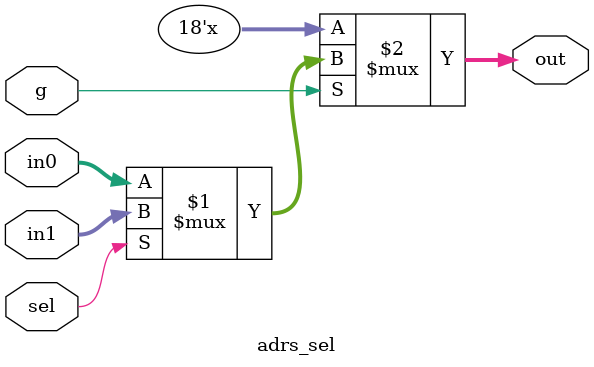
<source format=v>
module card6(clock,reset,adrs_bus,data_bus);
input clock,reset;
inout [17:0] adrs_bus;
inout [ 5:0] data_bus;

wire [ 7:0] c_bus;
wire [17:0] a_bus;
wire [17:0] r_bus;
wire [ 5:0] d_bus;
wire [17:0] adrs0;
wire [17:0] adrs1;
wire [ 7:0] control;
wire rd_clk,wr_clk;
wire d_clk,h_clk,m_clk,l_clk;
wire oe_r,oe_d;
wire io,pointer,ret,st,ld,ldh,ldm,ldl;

// 制御信号
assign rd_clk  = clock;
assign wr_clk  = ~clock;
assign d_clk   = rd_clk  | ld;
assign h_clk   = rd_clk  | ldh; 
assign m_clk   = rd_clk  | ldm; 
assign l_clk   = rd_clk  | ldl; 
assign oe_r    = wr_clk  | ret;
assign oe_d    = wr_clk  | st;
assign io      = control[7];
assign pointer = control[6];
assign ret     = control[5];
assign st      = control[4];
assign ld      = c_bus[3];
assign ldh     = c_bus[2];
assign ldm     = c_bus[1];
assign ldl     = c_bus[0];

// メモリ
c_field mem_c(.we(1'b1), .oe(rd_clk), .cs(1'b0), .addr(adrs_bus), .data(c_bus));
a_field mem_a(.we(oe_r), .oe(rd_clk), .cs(1'b0), .addr(adrs_bus), .data(a_bus));
r_field mem_r(.we(1'b1), .oe(rd_clk), .cs(1'b0), .addr(adrs_bus), .data(r_bus));
d_field mem_d(.we(oe_d), .oe(rd_clk), .cs(1'b0), .addr(adrs_bus), .data(d_bus));

// レジスタ
c_reg reg_c(.clk(rd_clk), .oe(1'b0), .d(c_bus), .q(control));
a_reg reg_a(.clk(rd_clk), .oe(1'b0), .d(a_bus), .q(adrs0));
r_reg reg_r(.clk(rd_clk), .oe(oe_r), .d(r_bus), .q(a_bus));
d_reg reg_d(.clk(d_clk),  .oe(oe_d), .d(d_bus), .q(d_bus));
d_reg reg_h(.clk(h_clk),  .oe(1'b0), .d(d_bus), .q(adrs1[17:12]));
d_reg reg_m(.clk(m_clk),  .oe(1'b0), .d(d_bus), .q(adrs1[11: 6]));
d_reg reg_l(.clk(l_clk),  .oe(1'b0), .d(d_bus), .q(adrs1[ 5: 0]));

// セレクタ
adrs_sel select(.sel(pointer), .g(reset), .in0(adrs0), .in1(adrs1), .out(adrs_bus));

endmodule


// Cフィールド
module c_field(we, oe, cs, addr, data);
 parameter DWIDTH=8,AWIDTH=18,WORDS=262144;
 input we,oe,cs;
 input [AWIDTH-1:0] addr;
 inout [DWIDTH-1:0] data;

 reg [DWIDTH-1:0] mem [WORDS-1:0];
 assign data = (~oe & ~cs)? mem[addr] : 8'bZ ;

 always @(~we)
   begin
     if(~cs) mem[addr] <= data;
   end

endmodule


// Aフィールド
module a_field(we, oe, cs, addr, data);
 parameter DWIDTH=18,AWIDTH=18,WORDS=262144;
 input we,oe,cs;
 input [AWIDTH-1:0] addr;
 inout [DWIDTH-1:0] data;

 reg [DWIDTH-1:0] mem [WORDS-1:0];
 assign data = (~oe & ~cs)? mem[addr] : 18'bZ ;

 always @(~we)
   begin
     if(~cs) mem[addr] <= data;
   end

endmodule


// Rフィールド
module r_field(we, oe, cs, addr, data);
 parameter DWIDTH=18,AWIDTH=18,WORDS=262144;
 input we,oe,cs;
 input [AWIDTH-1:0] addr;
 inout [DWIDTH-1:0] data;

 reg [DWIDTH-1:0] mem [WORDS-1:0];
 assign data = (~oe & ~cs)? mem[addr] : 18'bZ ;

 always @(~we)
   begin
     if(~cs) mem[addr] <= data;
   end

endmodule


// Dフィールド
module d_field(we, oe, cs, addr, data);
 parameter DWIDTH=6,AWIDTH=18,WORDS=262144;
 input we,oe,cs;
 input [AWIDTH-1:0] addr;
 inout [DWIDTH-1:0] data;

 reg [DWIDTH-1:0] mem [WORDS-1:0];
 assign data = (!oe && !cs)? mem[addr] : 6'bZ ;

 always @(~we)
   begin
     if(~cs) mem[addr] <= data;
   end

endmodule


// Cレジスタ
module c_reg(clk, oe, d, q);
 parameter DWIDTH=8,AWIDTH=18,WORDS=262144;
 input  clk,oe;
 input  [DWIDTH-1:0] d;
 output [DWIDTH-1:0] q;

 reg [DWIDTH-1:0] r;
 assign q = (~oe)? r : 8'bZ ;

 always @(posedge clk)
   begin
     r <= d;
   end

endmodule


// Aレジスタ
module a_reg(clk, oe, d, q);
 parameter DWIDTH=18,AWIDTH=18,WORDS=262144;
 input  clk,oe;
 input  [DWIDTH-1:0] d;
 output [DWIDTH-1:0] q;

 reg [DWIDTH-1:0] r;
 assign q = (~oe)? r : 18'bZ ;

 always @(posedge clk)
   begin
     r <= d;
   end

endmodule

// Rレジスタ
module r_reg(clk, oe, d, q);
 parameter DWIDTH=18,AWIDTH=18,WORDS=262144;
 input  clk,oe;
 input  [DWIDTH-1:0] d;
 output [DWIDTH-1:0] q;

 reg [DWIDTH-1:0] r;
 assign q = (~oe)? r : 18'b0 ;

 always @(posedge clk)
   begin
     r <= d;
   end

endmodule


// Dレジスタ
module d_reg(clk, oe, d, q);
 parameter DWIDTH=6,AWIDTH=18,WORDS=262144;
 input  clk,oe;
 input  [DWIDTH-1:0] d;
 output [DWIDTH-1:0] q;

 reg [DWIDTH-1:0] r;
 assign q = (~oe)? r : 6'bZ ;

 always @(posedge clk)
   begin
     r <= d;
   end

endmodule


// アドレスセレクタ
module adrs_sel(sel, g, in0, in1, out);
 parameter AWIDTH=18,WORDS=262144;
 input  sel, g;
 input  [AWIDTH-1:0] in0;
 input  [AWIDTH-1:0] in1;
 output [AWIDTH-1:0] out;

 assign out = g? (sel? in1 : in0) : 18'bZ;

 endmodule

</source>
